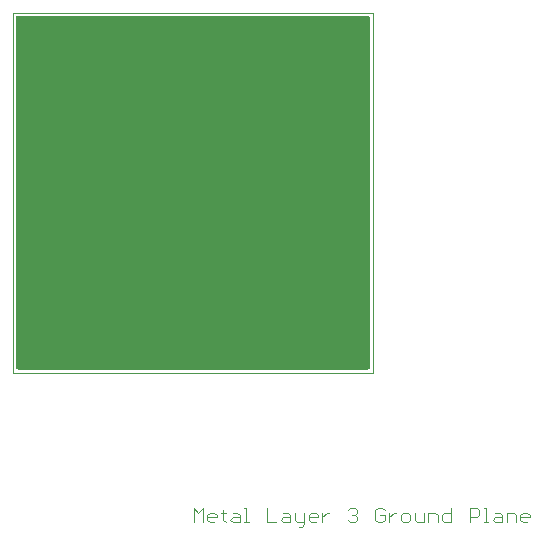
<source format=gbr>
G04 EAGLE Gerber RS-274X export*
G75*
%MOIN*%
%FSLAX34Y34*%
%LPD*%
%INEAGLE Copper Layer 15*%
%IPPOS*%
%AMOC8*
5,1,8,0,0,1.08239X$1,22.5*%
G01*
%ADD10C,0.000000*%
%ADD11C,0.004000*%
%ADD12C,0.018000*%
%ADD13C,0.020000*%
%ADD14C,0.145000*%

G36*
X11821Y101D02*
X11821Y101D01*
X11822Y101D01*
X11829Y102D01*
X11836Y102D01*
X11837Y103D01*
X11838Y103D01*
X11844Y105D01*
X11851Y107D01*
X11852Y107D01*
X11853Y108D01*
X11859Y111D01*
X11865Y115D01*
X11866Y116D01*
X11871Y120D01*
X11877Y125D01*
X11878Y126D01*
X11882Y132D01*
X11887Y137D01*
X11887Y138D01*
X11888Y139D01*
X11891Y145D01*
X11894Y151D01*
X11894Y152D01*
X11894Y153D01*
X11896Y160D01*
X11898Y166D01*
X11898Y167D01*
X11898Y168D01*
X11899Y180D01*
X11899Y11820D01*
X11899Y11821D01*
X11899Y11822D01*
X11898Y11829D01*
X11898Y11836D01*
X11897Y11837D01*
X11897Y11838D01*
X11895Y11844D01*
X11893Y11851D01*
X11893Y11852D01*
X11892Y11853D01*
X11889Y11859D01*
X11885Y11865D01*
X11884Y11866D01*
X11880Y11871D01*
X11875Y11877D01*
X11874Y11878D01*
X11868Y11882D01*
X11863Y11887D01*
X11862Y11887D01*
X11861Y11888D01*
X11855Y11891D01*
X11849Y11894D01*
X11848Y11894D01*
X11847Y11894D01*
X11840Y11896D01*
X11834Y11898D01*
X11833Y11898D01*
X11832Y11898D01*
X11820Y11899D01*
X180Y11899D01*
X179Y11899D01*
X178Y11899D01*
X171Y11898D01*
X164Y11898D01*
X163Y11897D01*
X162Y11897D01*
X156Y11895D01*
X149Y11893D01*
X148Y11893D01*
X147Y11892D01*
X141Y11889D01*
X135Y11885D01*
X134Y11884D01*
X129Y11880D01*
X123Y11875D01*
X122Y11874D01*
X118Y11868D01*
X113Y11863D01*
X113Y11862D01*
X112Y11861D01*
X109Y11855D01*
X106Y11849D01*
X106Y11848D01*
X106Y11847D01*
X104Y11840D01*
X102Y11834D01*
X102Y11833D01*
X102Y11832D01*
X101Y11820D01*
X101Y180D01*
X101Y179D01*
X101Y178D01*
X102Y171D01*
X102Y164D01*
X103Y163D01*
X103Y162D01*
X105Y156D01*
X107Y149D01*
X107Y148D01*
X108Y147D01*
X111Y141D01*
X115Y135D01*
X116Y134D01*
X120Y129D01*
X125Y123D01*
X126Y122D01*
X132Y118D01*
X137Y113D01*
X138Y113D01*
X139Y112D01*
X145Y109D01*
X151Y106D01*
X152Y106D01*
X153Y106D01*
X160Y104D01*
X166Y102D01*
X167Y102D01*
X168Y102D01*
X180Y101D01*
X11820Y101D01*
X11821Y101D01*
G37*
D10*
X0Y0D02*
X12000Y0D01*
X12000Y12000D01*
X0Y12000D01*
X0Y0D01*
D11*
X6020Y-4520D02*
X6020Y-4980D01*
X6173Y-4673D02*
X6020Y-4520D01*
X6173Y-4673D02*
X6327Y-4520D01*
X6327Y-4980D01*
X6557Y-4980D02*
X6711Y-4980D01*
X6557Y-4980D02*
X6480Y-4903D01*
X6480Y-4750D01*
X6557Y-4673D01*
X6711Y-4673D01*
X6787Y-4750D01*
X6787Y-4827D01*
X6480Y-4827D01*
X7018Y-4903D02*
X7018Y-4596D01*
X7018Y-4903D02*
X7094Y-4980D01*
X7094Y-4673D02*
X6941Y-4673D01*
X7324Y-4673D02*
X7478Y-4673D01*
X7555Y-4750D01*
X7555Y-4980D01*
X7324Y-4980D01*
X7248Y-4903D01*
X7324Y-4827D01*
X7555Y-4827D01*
X7708Y-4520D02*
X7785Y-4520D01*
X7785Y-4980D01*
X7708Y-4980D02*
X7862Y-4980D01*
X8475Y-4980D02*
X8475Y-4520D01*
X8475Y-4980D02*
X8782Y-4980D01*
X9013Y-4673D02*
X9166Y-4673D01*
X9243Y-4750D01*
X9243Y-4980D01*
X9013Y-4980D01*
X8936Y-4903D01*
X9013Y-4827D01*
X9243Y-4827D01*
X9396Y-4903D02*
X9396Y-4673D01*
X9396Y-4903D02*
X9473Y-4980D01*
X9703Y-4980D01*
X9703Y-5057D02*
X9703Y-4673D01*
X9703Y-5057D02*
X9626Y-5133D01*
X9550Y-5133D01*
X9933Y-4980D02*
X10087Y-4980D01*
X9933Y-4980D02*
X9857Y-4903D01*
X9857Y-4750D01*
X9933Y-4673D01*
X10087Y-4673D01*
X10164Y-4750D01*
X10164Y-4827D01*
X9857Y-4827D01*
X10317Y-4980D02*
X10317Y-4673D01*
X10470Y-4673D02*
X10317Y-4827D01*
X10470Y-4673D02*
X10547Y-4673D01*
X11161Y-4596D02*
X11238Y-4520D01*
X11391Y-4520D01*
X11468Y-4596D01*
X11468Y-4673D01*
X11391Y-4750D01*
X11315Y-4750D01*
X11391Y-4750D02*
X11468Y-4827D01*
X11468Y-4903D01*
X11391Y-4980D01*
X11238Y-4980D01*
X11161Y-4903D01*
X12312Y-4520D02*
X12389Y-4596D01*
X12312Y-4520D02*
X12159Y-4520D01*
X12082Y-4596D01*
X12082Y-4903D01*
X12159Y-4980D01*
X12312Y-4980D01*
X12389Y-4903D01*
X12389Y-4750D01*
X12235Y-4750D01*
X12542Y-4673D02*
X12542Y-4980D01*
X12542Y-4827D02*
X12696Y-4673D01*
X12772Y-4673D01*
X13003Y-4980D02*
X13156Y-4980D01*
X13233Y-4903D01*
X13233Y-4750D01*
X13156Y-4673D01*
X13003Y-4673D01*
X12926Y-4750D01*
X12926Y-4903D01*
X13003Y-4980D01*
X13386Y-4903D02*
X13386Y-4673D01*
X13386Y-4903D02*
X13463Y-4980D01*
X13693Y-4980D01*
X13693Y-4673D01*
X13847Y-4673D02*
X13847Y-4980D01*
X13847Y-4673D02*
X14077Y-4673D01*
X14154Y-4750D01*
X14154Y-4980D01*
X14614Y-4980D02*
X14614Y-4520D01*
X14614Y-4980D02*
X14384Y-4980D01*
X14307Y-4903D01*
X14307Y-4750D01*
X14384Y-4673D01*
X14614Y-4673D01*
X15228Y-4520D02*
X15228Y-4980D01*
X15228Y-4520D02*
X15458Y-4520D01*
X15535Y-4596D01*
X15535Y-4750D01*
X15458Y-4827D01*
X15228Y-4827D01*
X15688Y-4520D02*
X15765Y-4520D01*
X15765Y-4980D01*
X15688Y-4980D02*
X15842Y-4980D01*
X16072Y-4673D02*
X16225Y-4673D01*
X16302Y-4750D01*
X16302Y-4980D01*
X16072Y-4980D01*
X15995Y-4903D01*
X16072Y-4827D01*
X16302Y-4827D01*
X16456Y-4980D02*
X16456Y-4673D01*
X16686Y-4673D01*
X16762Y-4750D01*
X16762Y-4980D01*
X16993Y-4980D02*
X17146Y-4980D01*
X16993Y-4980D02*
X16916Y-4903D01*
X16916Y-4750D01*
X16993Y-4673D01*
X17146Y-4673D01*
X17223Y-4750D01*
X17223Y-4827D01*
X16916Y-4827D01*
D10*
X0Y3600D02*
X0Y8000D01*
X12000Y8000D02*
X12000Y3600D01*
D12*
X6050Y6000D03*
X6090Y6580D03*
X5930Y6450D03*
X6060Y6310D03*
X5950Y6160D03*
X5950Y5840D03*
X6050Y5680D03*
X5930Y5490D03*
X6120Y5360D03*
X5450Y6200D03*
D13*
X5250Y6280D03*
X4970Y6280D03*
X4670Y6280D03*
X4370Y6280D03*
X4070Y6280D03*
X3770Y6280D03*
X3470Y6280D03*
X3170Y6280D03*
X2870Y6280D03*
X2570Y6280D03*
X2270Y6280D03*
X1970Y6280D03*
X1670Y6280D03*
X1370Y6280D03*
X1070Y6280D03*
X770Y6280D03*
X470Y6280D03*
X470Y5320D03*
X770Y5320D03*
X1070Y5320D03*
X1370Y5320D03*
X1670Y5320D03*
X1970Y5320D03*
X2870Y5320D03*
X3170Y5320D03*
X3470Y5320D03*
X3770Y5320D03*
X4370Y5320D03*
X4670Y5320D03*
X4970Y5320D03*
X5270Y5320D03*
D12*
X6290Y5210D03*
D13*
X11530Y6280D03*
X11230Y6280D03*
X10930Y6280D03*
X10630Y6280D03*
X10330Y6280D03*
X10030Y6280D03*
X9730Y6280D03*
X9430Y6280D03*
X9130Y6280D03*
X8850Y6280D03*
X7930Y6280D03*
X7630Y6280D03*
X7380Y6280D03*
D12*
X6550Y6280D03*
D13*
X11530Y5320D03*
X11230Y5320D03*
X10930Y5320D03*
X10630Y5320D03*
X10330Y5320D03*
X10030Y5320D03*
X9730Y5320D03*
X9430Y5320D03*
X9130Y5320D03*
X8830Y5320D03*
X8530Y5320D03*
X8230Y5320D03*
X7630Y5320D03*
X7330Y5320D03*
X7030Y5320D03*
X6730Y5320D03*
X6470Y5370D03*
X10130Y7170D03*
X10530Y7170D03*
X10930Y7170D03*
X11330Y7170D03*
X10130Y7970D03*
X10530Y7970D03*
X10930Y7970D03*
X11330Y7970D03*
X10130Y4430D03*
X10530Y4430D03*
X10130Y3630D03*
X10530Y3630D03*
X10930Y3630D03*
X10930Y4430D03*
X11330Y3630D03*
X11330Y4430D03*
X1870Y4430D03*
X1470Y4430D03*
X1070Y4430D03*
X670Y4430D03*
X670Y3630D03*
X1070Y3630D03*
X1470Y3630D03*
X1870Y3630D03*
X1870Y7970D03*
X1470Y7970D03*
X1070Y7970D03*
X670Y7970D03*
X1870Y7170D03*
X1470Y7170D03*
X1070Y7170D03*
X670Y7170D03*
X11630Y4430D03*
X11630Y3630D03*
X11630Y7170D03*
X11630Y7970D03*
X370Y4430D03*
X370Y3630D03*
X370Y7170D03*
X370Y7970D03*
X4900Y6670D03*
X4900Y6940D03*
X4470Y9740D03*
X4470Y10240D03*
X4470Y10740D03*
X4470Y11240D03*
X4470Y11640D03*
X7760Y7910D03*
X7530Y9740D03*
X7530Y10240D03*
X7530Y10740D03*
X7530Y11240D03*
X7530Y11640D03*
X5450Y9540D03*
X6530Y9540D03*
X6530Y8740D03*
X6530Y7240D03*
X6000Y11640D03*
X6000Y11240D03*
X6000Y10740D03*
X6000Y10240D03*
X6000Y9820D03*
X8630Y11340D03*
X3370Y3660D03*
X5370Y3660D03*
X5370Y2660D03*
X5370Y1660D03*
X3370Y1660D03*
X6630Y2660D03*
X6630Y3660D03*
X6630Y4660D03*
X8630Y1660D03*
X8630Y10340D03*
X8630Y8340D03*
X10630Y9340D03*
X1370Y9340D03*
X3370Y10340D03*
X3370Y8340D03*
X3370Y11340D03*
X8100Y6690D03*
D12*
X5790Y5310D03*
D13*
X6280Y5540D03*
X5700Y5530D03*
X5520Y5370D03*
D14*
X11000Y1000D03*
X1000Y1000D03*
X1000Y11000D03*
X11000Y11000D03*
D13*
X7930Y5320D03*
X4070Y5320D03*
X3370Y2660D03*
X1370Y2660D03*
X8630Y2660D03*
X6100Y7240D03*
X6100Y6850D03*
X8550Y6280D03*
X8250Y6280D03*
X7760Y7650D03*
X5620Y8970D03*
X4970Y8340D03*
X2270Y5320D03*
X2570Y5320D03*
X7760Y7060D03*
X7760Y7330D03*
X6100Y7690D03*
X6530Y7700D03*
X5370Y4660D03*
X8630Y3660D03*
X3370Y7340D03*
X8630Y7340D03*
M02*

</source>
